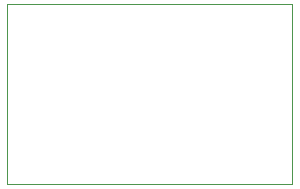
<source format=gbr>
%TF.GenerationSoftware,KiCad,Pcbnew,5.1.4-3.fc31*%
%TF.CreationDate,2019-11-20T03:39:40+01:00*%
%TF.ProjectId,microUSB-to-pcb-adapter,6d696372-6f55-4534-922d-746f2d706362,1.0*%
%TF.SameCoordinates,PX5ad6650PY59a0560*%
%TF.FileFunction,Profile,NP*%
%FSLAX46Y46*%
G04 Gerber Fmt 4.6, Leading zero omitted, Abs format (unit mm)*
G04 Created by KiCad (PCBNEW 5.1.4-3.fc31) date 2019-11-20 03:39:40*
%MOMM*%
%LPD*%
G04 APERTURE LIST*
%ADD10C,0.050000*%
G04 APERTURE END LIST*
D10*
X24130000Y0D02*
X0Y0D01*
X24130000Y15240000D02*
X24130000Y0D01*
X0Y15240000D02*
X24130000Y15240000D01*
X0Y0D02*
X0Y15240000D01*
M02*

</source>
